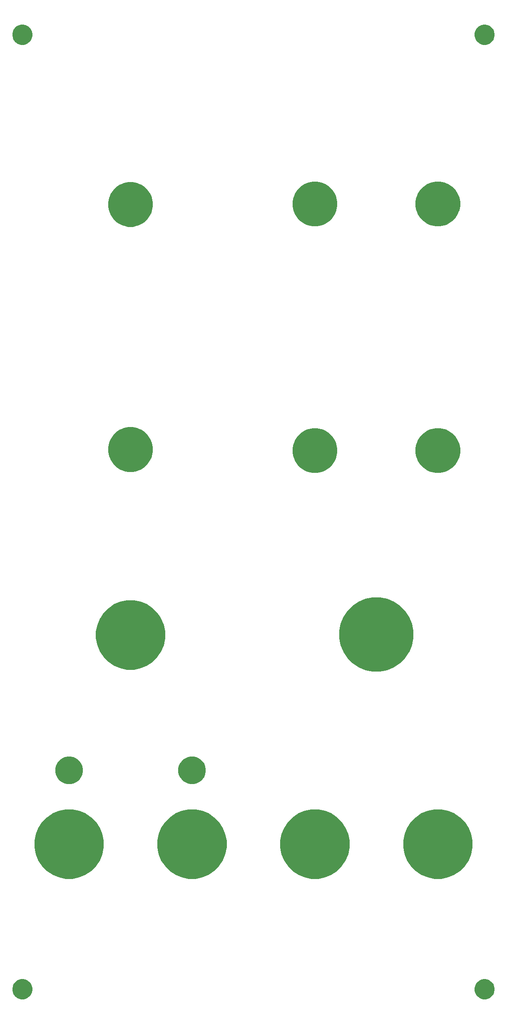
<source format=gbr>
G04 #@! TF.GenerationSoftware,KiCad,Pcbnew,5.1.5-52549c5~84~ubuntu18.04.1*
G04 #@! TF.CreationDate,2020-05-16T23:56:10-04:00*
G04 #@! TF.ProjectId,gategrinder_panel,67617465-6772-4696-9e64-65725f70616e,rev?*
G04 #@! TF.SameCoordinates,Original*
G04 #@! TF.FileFunction,Soldermask,Top*
G04 #@! TF.FilePolarity,Negative*
%FSLAX46Y46*%
G04 Gerber Fmt 4.6, Leading zero omitted, Abs format (unit mm)*
G04 Created by KiCad (PCBNEW 5.1.5-52549c5~84~ubuntu18.04.1) date 2020-05-16 23:56:10*
%MOMM*%
%LPD*%
G04 APERTURE LIST*
%ADD10C,0.100000*%
G04 APERTURE END LIST*
D10*
G36*
X187598254Y-195027818D02*
G01*
X187971511Y-195182426D01*
X187971513Y-195182427D01*
X188307436Y-195406884D01*
X188593116Y-195692564D01*
X188817574Y-196028489D01*
X188972182Y-196401746D01*
X189051000Y-196797993D01*
X189051000Y-197202007D01*
X188972182Y-197598254D01*
X188817574Y-197971511D01*
X188817573Y-197971513D01*
X188593116Y-198307436D01*
X188307436Y-198593116D01*
X187971513Y-198817573D01*
X187971512Y-198817574D01*
X187971511Y-198817574D01*
X187598254Y-198972182D01*
X187202007Y-199051000D01*
X186797993Y-199051000D01*
X186401746Y-198972182D01*
X186028489Y-198817574D01*
X186028488Y-198817574D01*
X186028487Y-198817573D01*
X185692564Y-198593116D01*
X185406884Y-198307436D01*
X185182427Y-197971513D01*
X185182426Y-197971511D01*
X185027818Y-197598254D01*
X184949000Y-197202007D01*
X184949000Y-196797993D01*
X185027818Y-196401746D01*
X185182426Y-196028489D01*
X185406884Y-195692564D01*
X185692564Y-195406884D01*
X186028487Y-195182427D01*
X186028489Y-195182426D01*
X186401746Y-195027818D01*
X186797993Y-194949000D01*
X187202007Y-194949000D01*
X187598254Y-195027818D01*
G37*
G36*
X93598254Y-195027818D02*
G01*
X93971511Y-195182426D01*
X93971513Y-195182427D01*
X94307436Y-195406884D01*
X94593116Y-195692564D01*
X94817574Y-196028489D01*
X94972182Y-196401746D01*
X95051000Y-196797993D01*
X95051000Y-197202007D01*
X94972182Y-197598254D01*
X94817574Y-197971511D01*
X94817573Y-197971513D01*
X94593116Y-198307436D01*
X94307436Y-198593116D01*
X93971513Y-198817573D01*
X93971512Y-198817574D01*
X93971511Y-198817574D01*
X93598254Y-198972182D01*
X93202007Y-199051000D01*
X92797993Y-199051000D01*
X92401746Y-198972182D01*
X92028489Y-198817574D01*
X92028488Y-198817574D01*
X92028487Y-198817573D01*
X91692564Y-198593116D01*
X91406884Y-198307436D01*
X91182427Y-197971513D01*
X91182426Y-197971511D01*
X91027818Y-197598254D01*
X90949000Y-197202007D01*
X90949000Y-196797993D01*
X91027818Y-196401746D01*
X91182426Y-196028489D01*
X91406884Y-195692564D01*
X91692564Y-195406884D01*
X92028487Y-195182427D01*
X92028489Y-195182426D01*
X92401746Y-195027818D01*
X92797993Y-194949000D01*
X93202007Y-194949000D01*
X93598254Y-195027818D01*
G37*
G36*
X129556700Y-160719965D02*
G01*
X130839899Y-161251484D01*
X130839901Y-161251485D01*
X131994751Y-162023130D01*
X132976870Y-163005249D01*
X133748515Y-164160099D01*
X133748516Y-164160101D01*
X134280035Y-165443300D01*
X134551000Y-166805536D01*
X134551000Y-168194464D01*
X134280035Y-169556700D01*
X133748516Y-170839899D01*
X133748515Y-170839901D01*
X132976870Y-171994751D01*
X131994751Y-172976870D01*
X130839901Y-173748515D01*
X130839900Y-173748516D01*
X130839899Y-173748516D01*
X129556700Y-174280035D01*
X128194464Y-174551000D01*
X126805536Y-174551000D01*
X125443300Y-174280035D01*
X124160101Y-173748516D01*
X124160100Y-173748516D01*
X124160099Y-173748515D01*
X123005249Y-172976870D01*
X122023130Y-171994751D01*
X121251485Y-170839901D01*
X121251484Y-170839899D01*
X120719965Y-169556700D01*
X120449000Y-168194464D01*
X120449000Y-166805536D01*
X120719965Y-165443300D01*
X121251484Y-164160101D01*
X121251485Y-164160099D01*
X122023130Y-163005249D01*
X123005249Y-162023130D01*
X124160099Y-161251485D01*
X124160101Y-161251484D01*
X125443300Y-160719965D01*
X126805536Y-160449000D01*
X128194464Y-160449000D01*
X129556700Y-160719965D01*
G37*
G36*
X179556700Y-160719965D02*
G01*
X180839899Y-161251484D01*
X180839901Y-161251485D01*
X181994751Y-162023130D01*
X182976870Y-163005249D01*
X183748515Y-164160099D01*
X183748516Y-164160101D01*
X184280035Y-165443300D01*
X184551000Y-166805536D01*
X184551000Y-168194464D01*
X184280035Y-169556700D01*
X183748516Y-170839899D01*
X183748515Y-170839901D01*
X182976870Y-171994751D01*
X181994751Y-172976870D01*
X180839901Y-173748515D01*
X180839900Y-173748516D01*
X180839899Y-173748516D01*
X179556700Y-174280035D01*
X178194464Y-174551000D01*
X176805536Y-174551000D01*
X175443300Y-174280035D01*
X174160101Y-173748516D01*
X174160100Y-173748516D01*
X174160099Y-173748515D01*
X173005249Y-172976870D01*
X172023130Y-171994751D01*
X171251485Y-170839901D01*
X171251484Y-170839899D01*
X170719965Y-169556700D01*
X170449000Y-168194464D01*
X170449000Y-166805536D01*
X170719965Y-165443300D01*
X171251484Y-164160101D01*
X171251485Y-164160099D01*
X172023130Y-163005249D01*
X173005249Y-162023130D01*
X174160099Y-161251485D01*
X174160101Y-161251484D01*
X175443300Y-160719965D01*
X176805536Y-160449000D01*
X178194464Y-160449000D01*
X179556700Y-160719965D01*
G37*
G36*
X154556700Y-160719965D02*
G01*
X155839899Y-161251484D01*
X155839901Y-161251485D01*
X156994751Y-162023130D01*
X157976870Y-163005249D01*
X158748515Y-164160099D01*
X158748516Y-164160101D01*
X159280035Y-165443300D01*
X159551000Y-166805536D01*
X159551000Y-168194464D01*
X159280035Y-169556700D01*
X158748516Y-170839899D01*
X158748515Y-170839901D01*
X157976870Y-171994751D01*
X156994751Y-172976870D01*
X155839901Y-173748515D01*
X155839900Y-173748516D01*
X155839899Y-173748516D01*
X154556700Y-174280035D01*
X153194464Y-174551000D01*
X151805536Y-174551000D01*
X150443300Y-174280035D01*
X149160101Y-173748516D01*
X149160100Y-173748516D01*
X149160099Y-173748515D01*
X148005249Y-172976870D01*
X147023130Y-171994751D01*
X146251485Y-170839901D01*
X146251484Y-170839899D01*
X145719965Y-169556700D01*
X145449000Y-168194464D01*
X145449000Y-166805536D01*
X145719965Y-165443300D01*
X146251484Y-164160101D01*
X146251485Y-164160099D01*
X147023130Y-163005249D01*
X148005249Y-162023130D01*
X149160099Y-161251485D01*
X149160101Y-161251484D01*
X150443300Y-160719965D01*
X151805536Y-160449000D01*
X153194464Y-160449000D01*
X154556700Y-160719965D01*
G37*
G36*
X104556700Y-160719965D02*
G01*
X105839899Y-161251484D01*
X105839901Y-161251485D01*
X106994751Y-162023130D01*
X107976870Y-163005249D01*
X108748515Y-164160099D01*
X108748516Y-164160101D01*
X109280035Y-165443300D01*
X109551000Y-166805536D01*
X109551000Y-168194464D01*
X109280035Y-169556700D01*
X108748516Y-170839899D01*
X108748515Y-170839901D01*
X107976870Y-171994751D01*
X106994751Y-172976870D01*
X105839901Y-173748515D01*
X105839900Y-173748516D01*
X105839899Y-173748516D01*
X104556700Y-174280035D01*
X103194464Y-174551000D01*
X101805536Y-174551000D01*
X100443300Y-174280035D01*
X99160101Y-173748516D01*
X99160100Y-173748516D01*
X99160099Y-173748515D01*
X98005249Y-172976870D01*
X97023130Y-171994751D01*
X96251485Y-170839901D01*
X96251484Y-170839899D01*
X95719965Y-169556700D01*
X95449000Y-168194464D01*
X95449000Y-166805536D01*
X95719965Y-165443300D01*
X96251484Y-164160101D01*
X96251485Y-164160099D01*
X97023130Y-163005249D01*
X98005249Y-162023130D01*
X99160099Y-161251485D01*
X99160101Y-161251484D01*
X100443300Y-160719965D01*
X101805536Y-160449000D01*
X103194464Y-160449000D01*
X104556700Y-160719965D01*
G37*
G36*
X103317021Y-149806640D02*
G01*
X103826769Y-150017785D01*
X103826771Y-150017786D01*
X104285534Y-150324321D01*
X104675679Y-150714466D01*
X104982214Y-151173229D01*
X104982215Y-151173231D01*
X105193360Y-151682979D01*
X105301000Y-152224124D01*
X105301000Y-152775876D01*
X105193360Y-153317021D01*
X104982215Y-153826769D01*
X104982214Y-153826771D01*
X104675679Y-154285534D01*
X104285534Y-154675679D01*
X103826771Y-154982214D01*
X103826770Y-154982215D01*
X103826769Y-154982215D01*
X103317021Y-155193360D01*
X102775876Y-155301000D01*
X102224124Y-155301000D01*
X101682979Y-155193360D01*
X101173231Y-154982215D01*
X101173230Y-154982215D01*
X101173229Y-154982214D01*
X100714466Y-154675679D01*
X100324321Y-154285534D01*
X100017786Y-153826771D01*
X100017785Y-153826769D01*
X99806640Y-153317021D01*
X99699000Y-152775876D01*
X99699000Y-152224124D01*
X99806640Y-151682979D01*
X100017785Y-151173231D01*
X100017786Y-151173229D01*
X100324321Y-150714466D01*
X100714466Y-150324321D01*
X101173229Y-150017786D01*
X101173231Y-150017785D01*
X101682979Y-149806640D01*
X102224124Y-149699000D01*
X102775876Y-149699000D01*
X103317021Y-149806640D01*
G37*
G36*
X128317021Y-149806640D02*
G01*
X128826769Y-150017785D01*
X128826771Y-150017786D01*
X129285534Y-150324321D01*
X129675679Y-150714466D01*
X129982214Y-151173229D01*
X129982215Y-151173231D01*
X130193360Y-151682979D01*
X130301000Y-152224124D01*
X130301000Y-152775876D01*
X130193360Y-153317021D01*
X129982215Y-153826769D01*
X129982214Y-153826771D01*
X129675679Y-154285534D01*
X129285534Y-154675679D01*
X128826771Y-154982214D01*
X128826770Y-154982215D01*
X128826769Y-154982215D01*
X128317021Y-155193360D01*
X127775876Y-155301000D01*
X127224124Y-155301000D01*
X126682979Y-155193360D01*
X126173231Y-154982215D01*
X126173230Y-154982215D01*
X126173229Y-154982214D01*
X125714466Y-154675679D01*
X125324321Y-154285534D01*
X125017786Y-153826771D01*
X125017785Y-153826769D01*
X124806640Y-153317021D01*
X124699000Y-152775876D01*
X124699000Y-152224124D01*
X124806640Y-151682979D01*
X125017785Y-151173231D01*
X125017786Y-151173229D01*
X125324321Y-150714466D01*
X125714466Y-150324321D01*
X126173229Y-150017786D01*
X126173231Y-150017785D01*
X126682979Y-149806640D01*
X127224124Y-149699000D01*
X127775876Y-149699000D01*
X128317021Y-149806640D01*
G37*
G36*
X167202544Y-117639180D02*
G01*
X167950515Y-117949000D01*
X168576740Y-118208391D01*
X169813482Y-119034755D01*
X170865245Y-120086518D01*
X171691609Y-121323260D01*
X171691610Y-121323262D01*
X172260820Y-122697456D01*
X172551000Y-124156290D01*
X172551000Y-125643710D01*
X172260820Y-127102544D01*
X171748290Y-128339901D01*
X171691609Y-128476740D01*
X170865245Y-129713482D01*
X169813482Y-130765245D01*
X168576740Y-131591609D01*
X168576739Y-131591610D01*
X168576738Y-131591610D01*
X167202544Y-132160820D01*
X165743710Y-132451000D01*
X164256290Y-132451000D01*
X162797456Y-132160820D01*
X161423262Y-131591610D01*
X161423261Y-131591610D01*
X161423260Y-131591609D01*
X160186518Y-130765245D01*
X159134755Y-129713482D01*
X158308391Y-128476740D01*
X158251710Y-128339901D01*
X157739180Y-127102544D01*
X157449000Y-125643710D01*
X157449000Y-124156290D01*
X157739180Y-122697456D01*
X158308390Y-121323262D01*
X158308391Y-121323260D01*
X159134755Y-120086518D01*
X160186518Y-119034755D01*
X161423260Y-118208391D01*
X162049485Y-117949000D01*
X162797456Y-117639180D01*
X164256290Y-117349000D01*
X165743710Y-117349000D01*
X167202544Y-117639180D01*
G37*
G36*
X117056700Y-118219965D02*
G01*
X118339899Y-118751484D01*
X118339901Y-118751485D01*
X119494751Y-119523130D01*
X120476870Y-120505249D01*
X121023448Y-121323262D01*
X121248516Y-121660101D01*
X121780035Y-122943300D01*
X122051000Y-124305536D01*
X122051000Y-125694464D01*
X121780035Y-127056700D01*
X121761045Y-127102545D01*
X121248515Y-128339901D01*
X120476870Y-129494751D01*
X119494751Y-130476870D01*
X118339901Y-131248515D01*
X118339900Y-131248516D01*
X118339899Y-131248516D01*
X117056700Y-131780035D01*
X115694464Y-132051000D01*
X114305536Y-132051000D01*
X112943300Y-131780035D01*
X111660101Y-131248516D01*
X111660100Y-131248516D01*
X111660099Y-131248515D01*
X110505249Y-130476870D01*
X109523130Y-129494751D01*
X108751485Y-128339901D01*
X108238955Y-127102545D01*
X108219965Y-127056700D01*
X107949000Y-125694464D01*
X107949000Y-124305536D01*
X108219965Y-122943300D01*
X108751484Y-121660101D01*
X108976552Y-121323262D01*
X109523130Y-120505249D01*
X110505249Y-119523130D01*
X111660099Y-118751485D01*
X111660101Y-118751484D01*
X112943300Y-118219965D01*
X114305536Y-117949000D01*
X115694464Y-117949000D01*
X117056700Y-118219965D01*
G37*
G36*
X153827477Y-83123892D02*
G01*
X154170541Y-83265994D01*
X154655707Y-83466956D01*
X155401093Y-83965008D01*
X156034992Y-84598907D01*
X156533044Y-85344293D01*
X156734006Y-85829459D01*
X156876108Y-86172523D01*
X157051000Y-87051764D01*
X157051000Y-87948236D01*
X156876108Y-88827477D01*
X156734006Y-89170541D01*
X156533044Y-89655707D01*
X156034992Y-90401093D01*
X155401093Y-91034992D01*
X154655707Y-91533044D01*
X154310319Y-91676108D01*
X153827477Y-91876108D01*
X152948236Y-92051000D01*
X152051764Y-92051000D01*
X151172523Y-91876108D01*
X150689681Y-91676108D01*
X150344293Y-91533044D01*
X149598907Y-91034992D01*
X148965008Y-90401093D01*
X148466956Y-89655707D01*
X148265994Y-89170541D01*
X148123892Y-88827477D01*
X147949000Y-87948236D01*
X147949000Y-87051764D01*
X148123892Y-86172523D01*
X148265994Y-85829459D01*
X148466956Y-85344293D01*
X148965008Y-84598907D01*
X149598907Y-83965008D01*
X150344293Y-83466956D01*
X150829459Y-83265994D01*
X151172523Y-83123892D01*
X152051764Y-82949000D01*
X152948236Y-82949000D01*
X153827477Y-83123892D01*
G37*
G36*
X178827477Y-83123892D02*
G01*
X179170541Y-83265994D01*
X179655707Y-83466956D01*
X180401093Y-83965008D01*
X181034992Y-84598907D01*
X181533044Y-85344293D01*
X181734006Y-85829459D01*
X181876108Y-86172523D01*
X182051000Y-87051764D01*
X182051000Y-87948236D01*
X181876108Y-88827477D01*
X181734006Y-89170541D01*
X181533044Y-89655707D01*
X181034992Y-90401093D01*
X180401093Y-91034992D01*
X179655707Y-91533044D01*
X179310319Y-91676108D01*
X178827477Y-91876108D01*
X177948236Y-92051000D01*
X177051764Y-92051000D01*
X176172523Y-91876108D01*
X175689681Y-91676108D01*
X175344293Y-91533044D01*
X174598907Y-91034992D01*
X173965008Y-90401093D01*
X173466956Y-89655707D01*
X173265994Y-89170541D01*
X173123892Y-88827477D01*
X172949000Y-87948236D01*
X172949000Y-87051764D01*
X173123892Y-86172523D01*
X173265994Y-85829459D01*
X173466956Y-85344293D01*
X173965008Y-84598907D01*
X174598907Y-83965008D01*
X175344293Y-83466956D01*
X175829459Y-83265994D01*
X176172523Y-83123892D01*
X177051764Y-82949000D01*
X177948236Y-82949000D01*
X178827477Y-83123892D01*
G37*
G36*
X116327477Y-82923892D02*
G01*
X116670541Y-83065994D01*
X117155707Y-83266956D01*
X117901093Y-83765008D01*
X118534992Y-84398907D01*
X119033044Y-85144293D01*
X119115887Y-85344295D01*
X119376108Y-85972523D01*
X119551000Y-86851764D01*
X119551000Y-87748236D01*
X119376108Y-88627477D01*
X119234006Y-88970541D01*
X119033044Y-89455707D01*
X118534992Y-90201093D01*
X117901093Y-90834992D01*
X117155707Y-91333044D01*
X116672863Y-91533044D01*
X116327477Y-91676108D01*
X115448236Y-91851000D01*
X114551764Y-91851000D01*
X113672523Y-91676108D01*
X113327137Y-91533044D01*
X112844293Y-91333044D01*
X112098907Y-90834992D01*
X111465008Y-90201093D01*
X110966956Y-89455707D01*
X110765994Y-88970541D01*
X110623892Y-88627477D01*
X110449000Y-87748236D01*
X110449000Y-86851764D01*
X110623892Y-85972523D01*
X110884113Y-85344295D01*
X110966956Y-85144293D01*
X111465008Y-84398907D01*
X112098907Y-83765008D01*
X112844293Y-83266956D01*
X113329459Y-83065994D01*
X113672523Y-82923892D01*
X114551764Y-82749000D01*
X115448236Y-82749000D01*
X116327477Y-82923892D01*
G37*
G36*
X116327477Y-33123892D02*
G01*
X116670541Y-33265994D01*
X117155707Y-33466956D01*
X117901093Y-33965008D01*
X118534992Y-34598907D01*
X119033044Y-35344293D01*
X119234006Y-35829459D01*
X119376108Y-36172523D01*
X119551000Y-37051764D01*
X119551000Y-37948236D01*
X119376108Y-38827477D01*
X119234006Y-39170541D01*
X119033044Y-39655707D01*
X118534992Y-40401093D01*
X117901093Y-41034992D01*
X117155707Y-41533044D01*
X116670541Y-41734006D01*
X116327477Y-41876108D01*
X115448236Y-42051000D01*
X114551764Y-42051000D01*
X113672523Y-41876108D01*
X113329459Y-41734006D01*
X112844293Y-41533044D01*
X112098907Y-41034992D01*
X111465008Y-40401093D01*
X110966956Y-39655707D01*
X110765994Y-39170541D01*
X110623892Y-38827477D01*
X110449000Y-37948236D01*
X110449000Y-37051764D01*
X110623892Y-36172523D01*
X110765994Y-35829459D01*
X110966956Y-35344293D01*
X111465008Y-34598907D01*
X112098907Y-33965008D01*
X112844293Y-33466956D01*
X113329459Y-33265994D01*
X113672523Y-33123892D01*
X114551764Y-32949000D01*
X115448236Y-32949000D01*
X116327477Y-33123892D01*
G37*
G36*
X153827477Y-33023892D02*
G01*
X154068900Y-33123893D01*
X154655707Y-33366956D01*
X155401093Y-33865008D01*
X156034992Y-34498907D01*
X156533044Y-35244293D01*
X156734006Y-35729459D01*
X156876108Y-36072523D01*
X157051000Y-36951764D01*
X157051000Y-37848236D01*
X156876108Y-38727477D01*
X156834686Y-38827478D01*
X156533044Y-39555707D01*
X156034992Y-40301093D01*
X155401093Y-40934992D01*
X154655707Y-41433044D01*
X154170541Y-41634006D01*
X153827477Y-41776108D01*
X152948236Y-41951000D01*
X152051764Y-41951000D01*
X151172523Y-41776108D01*
X150829459Y-41634006D01*
X150344293Y-41433044D01*
X149598907Y-40934992D01*
X148965008Y-40301093D01*
X148466956Y-39555707D01*
X148165314Y-38827478D01*
X148123892Y-38727477D01*
X147949000Y-37848236D01*
X147949000Y-36951764D01*
X148123892Y-36072523D01*
X148265994Y-35729459D01*
X148466956Y-35244293D01*
X148965008Y-34498907D01*
X149598907Y-33865008D01*
X150344293Y-33366956D01*
X150931100Y-33123893D01*
X151172523Y-33023892D01*
X152051764Y-32849000D01*
X152948236Y-32849000D01*
X153827477Y-33023892D01*
G37*
G36*
X178827477Y-33023892D02*
G01*
X179068900Y-33123893D01*
X179655707Y-33366956D01*
X180401093Y-33865008D01*
X181034992Y-34498907D01*
X181533044Y-35244293D01*
X181734006Y-35729459D01*
X181876108Y-36072523D01*
X182051000Y-36951764D01*
X182051000Y-37848236D01*
X181876108Y-38727477D01*
X181834686Y-38827478D01*
X181533044Y-39555707D01*
X181034992Y-40301093D01*
X180401093Y-40934992D01*
X179655707Y-41433044D01*
X179170541Y-41634006D01*
X178827477Y-41776108D01*
X177948236Y-41951000D01*
X177051764Y-41951000D01*
X176172523Y-41776108D01*
X175829459Y-41634006D01*
X175344293Y-41433044D01*
X174598907Y-40934992D01*
X173965008Y-40301093D01*
X173466956Y-39555707D01*
X173165314Y-38827478D01*
X173123892Y-38727477D01*
X172949000Y-37848236D01*
X172949000Y-36951764D01*
X173123892Y-36072523D01*
X173265994Y-35729459D01*
X173466956Y-35244293D01*
X173965008Y-34498907D01*
X174598907Y-33865008D01*
X175344293Y-33366956D01*
X175931100Y-33123893D01*
X176172523Y-33023892D01*
X177051764Y-32849000D01*
X177948236Y-32849000D01*
X178827477Y-33023892D01*
G37*
G36*
X187598254Y-1027818D02*
G01*
X187971511Y-1182426D01*
X187971513Y-1182427D01*
X188307436Y-1406884D01*
X188593116Y-1692564D01*
X188817574Y-2028489D01*
X188972182Y-2401746D01*
X189051000Y-2797993D01*
X189051000Y-3202007D01*
X188972182Y-3598254D01*
X188817574Y-3971511D01*
X188817573Y-3971513D01*
X188593116Y-4307436D01*
X188307436Y-4593116D01*
X187971513Y-4817573D01*
X187971512Y-4817574D01*
X187971511Y-4817574D01*
X187598254Y-4972182D01*
X187202007Y-5051000D01*
X186797993Y-5051000D01*
X186401746Y-4972182D01*
X186028489Y-4817574D01*
X186028488Y-4817574D01*
X186028487Y-4817573D01*
X185692564Y-4593116D01*
X185406884Y-4307436D01*
X185182427Y-3971513D01*
X185182426Y-3971511D01*
X185027818Y-3598254D01*
X184949000Y-3202007D01*
X184949000Y-2797993D01*
X185027818Y-2401746D01*
X185182426Y-2028489D01*
X185406884Y-1692564D01*
X185692564Y-1406884D01*
X186028487Y-1182427D01*
X186028489Y-1182426D01*
X186401746Y-1027818D01*
X186797993Y-949000D01*
X187202007Y-949000D01*
X187598254Y-1027818D01*
G37*
G36*
X93598254Y-1027818D02*
G01*
X93971511Y-1182426D01*
X93971513Y-1182427D01*
X94307436Y-1406884D01*
X94593116Y-1692564D01*
X94817574Y-2028489D01*
X94972182Y-2401746D01*
X95051000Y-2797993D01*
X95051000Y-3202007D01*
X94972182Y-3598254D01*
X94817574Y-3971511D01*
X94817573Y-3971513D01*
X94593116Y-4307436D01*
X94307436Y-4593116D01*
X93971513Y-4817573D01*
X93971512Y-4817574D01*
X93971511Y-4817574D01*
X93598254Y-4972182D01*
X93202007Y-5051000D01*
X92797993Y-5051000D01*
X92401746Y-4972182D01*
X92028489Y-4817574D01*
X92028488Y-4817574D01*
X92028487Y-4817573D01*
X91692564Y-4593116D01*
X91406884Y-4307436D01*
X91182427Y-3971513D01*
X91182426Y-3971511D01*
X91027818Y-3598254D01*
X90949000Y-3202007D01*
X90949000Y-2797993D01*
X91027818Y-2401746D01*
X91182426Y-2028489D01*
X91406884Y-1692564D01*
X91692564Y-1406884D01*
X92028487Y-1182427D01*
X92028489Y-1182426D01*
X92401746Y-1027818D01*
X92797993Y-949000D01*
X93202007Y-949000D01*
X93598254Y-1027818D01*
G37*
M02*

</source>
